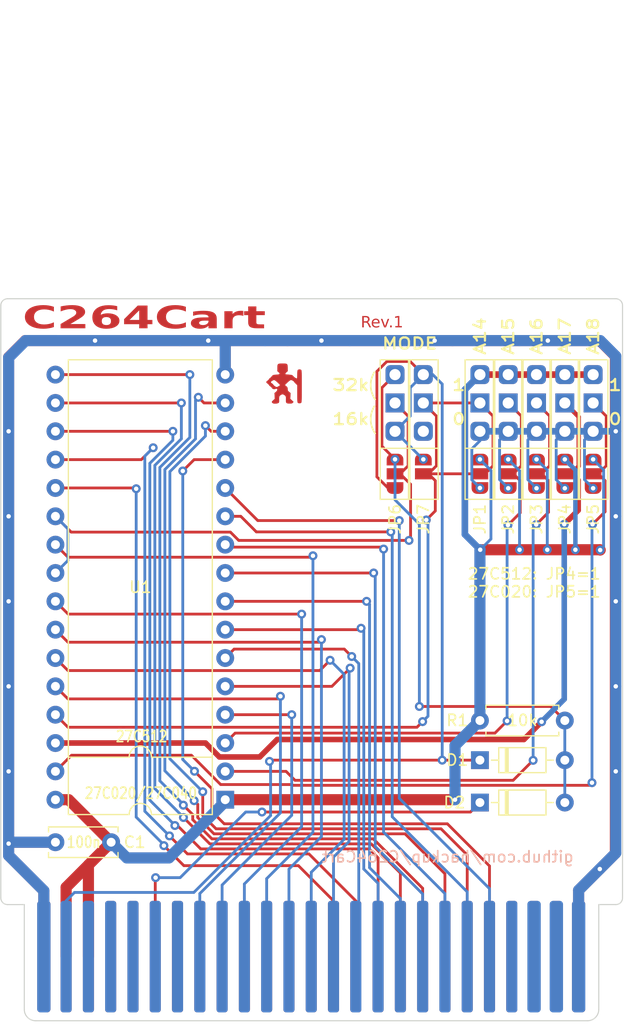
<source format=kicad_pcb>
(kicad_pcb (version 20221018) (generator pcbnew)
  (title_block (title "C264Cart") (date "2023-11-28") (rev "1") (company "www.hackup.net") (comment 1 "Creative Commons Attribution-NonCommercial-ShareAlike 4.0 International License.") (comment 2 "This work is licensed under a"))
  (layers (0 "F.Cu" signal) (31 "B.Cu" signal) (34 "B.Paste" user) (35 "F.Paste" user) (36 "B.SilkS" user "B.Silkscreen") (37 "F.SilkS" user "F.Silkscreen") (38 "B.Mask" user) (39 "F.Mask" user) (44 "Edge.Cuts" user))
  (net 0 "")
  (net 1 "/A7")
  (net 2 "/A6")
  (net 3 "/A5")
  (net 4 "/A4")
  (net 5 "/A3")
  (net 6 "/A2")
  (net 7 "/A1")
  (net 8 "/A0")
  (net 9 "/D0")
  (net 10 "/D1")
  (net 11 "/D2")
  (net 12 "GND")
  (net 13 "/D3")
  (net 14 "/D4")
  (net 15 "/D5")
  (net 16 "/D6")
  (net 17 "/D7")
  (net 18 "/A10")
  (net 19 "+5V")
  (net 20 "C1")
  (net 21 "/A9")
  (net 22 "/A8")
  (net 23 "/A12")
  (net 24 "/A11")
  (net 25 "/A13")
  (net 26 "C1LOW")
  (net 27 "C1HIGH")
  (net 49 "/A14")
  (net 50 "/A15")
  (net 51 "/A16")
  (net 52 "/A17")
  (net 53 "/A18")
  (net 54 "/CE")
  (footprint "C264Cart:DIP-28-32_W15.24mm" (layer "F.Cu") (at 122.1994 116.0018 180)
    (fp_text reference "U1")
    (fp_text value "27C040")
  )
  (footprint "Logo:bigby2-cu" (layer "F.Cu") (at 127.5334 78.6384)
    (fp_text reference "G***" hide)
    (fp_text value "LOGO" hide)
  )
  (footprint "Diode_THT:D_DO-35_SOD27_P7.62mm_Horizontal" (layer "F.Cu") (at 145.0594 112.4558)
    (fp_text reference "D1")
    (fp_text value "1N4148")
  )
  (footprint "C264Cart:Jumper3_Solder" (layer "F.Cu") (at 147.5994 77.9018)
    (fp_text reference "JP2")
    (fp_text value "A15")
  )
  (footprint "C264Cart:Jumper3_Solder" (layer "F.Cu") (at 137.4394 77.9018)
    (fp_text reference "JP6")
    (fp_text value "16k/32k")
  )
  (footprint "Resistor_THT:R_Axial_DIN0207_L6.3mm_D2.5mm_P7.62mm_Horizontal" (layer "F.Cu") (at 145.0594 108.9058)
    (fp_text reference "R1")
    (fp_text value "10k")
  )
  (footprint "hackup:C264-Cart-NoSilkS" (layer "F.Cu") (at 103.919 135.8646)
    (fp_text reference "U3" hide)
    (fp_text value "264-Exp-Port" hide)
  )
  (footprint "C264Cart:Jumper3_Solder" (layer "F.Cu") (at 155.2194 77.9018)
    (fp_text reference "JP5")
    (fp_text value "A18")
  )
  (footprint "C264Cart:Jumper3_Solder" (layer "F.Cu") (at 152.6794 77.9018)
    (fp_text reference "JP4")
    (fp_text value "A17")
  )
  (footprint "C264Cart:Jumper3_Solder" (layer "F.Cu") (at 150.1394 77.9018)
    (fp_text reference "JP3")
    (fp_text value "A16")
  )
  (footprint "Capacitor_THT:C_Disc_D6.0mm_W2.5mm_P5.00mm" (layer "F.Cu") (at 111.9594 119.8118 180)
    (fp_text reference "C1")
    (fp_text value "100n")
  )
  (footprint "Diode_THT:D_DO-35_SOD27_P7.62mm_Horizontal" (layer "F.Cu") (at 145.0594 116.2558)
    (fp_text reference "D2")
    (fp_text value "1N4148")
  )
  (footprint "C264Cart:Jumper3_Solder" (layer "F.Cu") (at 139.9794 77.9018)
    (fp_text reference "JP7")
    (fp_text value "16k/32k")
  )
  (footprint "C264Cart:Jumper3_Solder" (layer "F.Cu") (at 145.0594 77.9018)
    (fp_text reference "JP1")
    (fp_text value "A14")
  )
  (gr_arc (start 135.661401 83.168458) (mid 135.255448 81.9658) (end 135.586532 80.740416) (stroke (width 0.15)) (layer "F.SilkS"))
  (gr_arc (start 135.661401 80.120458) (mid 135.255448 78.9178) (end 135.586532 77.692416) (stroke (width 0.15)) (layer "F.SilkS"))
  (gr_arc (start 157.8594 124.8018) (mid 157.683664 125.226064) (end 157.2594 125.4018) (stroke (width 0.1)) (layer "Edge.Cuts"))
  (gr_line (start 102.6594 125.4018) (end 104.1654 125.3998) (stroke (width 0.1)) (layer "Edge.Cuts"))
  (gr_line (start 157.2594 125.3998) (end 155.7274 125.3998) (stroke (width 0.1)) (layer "Edge.Cuts"))
  (gr_line (start 105.1814 135.8138) (end 154.7114 135.8138) (stroke (width 0.1)) (layer "Edge.Cuts"))
  (gr_arc (start 157.2594 71.1018) (mid 157.683664 71.277536) (end 157.8594 71.7018) (stroke (width 0.1)) (layer "Edge.Cuts"))
  (gr_arc (start 155.7274 134.7978) (mid 155.42982 135.51622) (end 154.7114 135.8138) (stroke (width 0.1)) (layer "Edge.Cuts"))
  (gr_line (start 155.7274 125.3998) (end 155.7274 134.7978) (stroke (width 0.1)) (layer "Edge.Cuts"))
  (gr_line (start 102.0594 71.7018) (end 102.0594 124.8018) (stroke (width 0.1)) (layer "Edge.Cuts"))
  (gr_line (start 102.6594 71.1018) (end 157.2594 71.1018) (stroke (width 0.1)) (layer "Edge.Cuts"))
  (gr_line (start 104.1654 125.3998) (end 104.1654 134.7978) (stroke (width 0.1)) (layer "Edge.Cuts"))
  (gr_arc (start 102.6594 125.4018) (mid 102.235136 125.226064) (end 102.0594 124.8018) (stroke (width 0.1)) (layer "Edge.Cuts"))
  (gr_arc (start 102.0594 71.7018) (mid 102.235136 71.277536) (end 102.6594 71.1018) (stroke (width 0.1)) (layer "Edge.Cuts"))
  (gr_arc (start 105.1814 135.8138) (mid 104.46298 135.51622) (end 104.1654 134.7978) (stroke (width 0.1)) (layer "Edge.Cuts"))
  (gr_line (start 157.8594 71.7018) (end 157.8594 124.8018) (stroke (width 0.1)) (layer "Edge.Cuts"))
  (gr_text "C264Cart" (at 104.0094 74.0918) (layer "F.Cu") (effects (font (size 2 3) (thickness 0.4) bold) (justify left bottom)))
  (gr_text "Rev.1" (at 134.3594 73.8378) (layer "F.Cu") (effects (font (size 1 1)) (justify left bottom)))
  (gr_text "github.com/hackup/C264Cart" (at 153.5594 121.7018) (layer "B.SilkS") (effects (font (size 1 1)) (justify left bottom mirror)))
  (gr_text "1" (at 142.4594 79.4258) (layer "F.SilkS") (effects (font (size 1 1.2) (thickness 0.2) bold) (justify left bottom)))
  (gr_text "1" (at 156.4894 79.4258) (layer "F.SilkS") (effects (font (size 1 1.2) (thickness 0.2) bold) (justify left bottom)))
  (gr_text "0" (at 142.4594 82.4738) (layer "F.SilkS") (effects (font (size 1 1.2) (thickness 0.2) bold) (justify left bottom)))
  (gr_text "32k" (at 131.7094 79.4258) (layer "F.SilkS") (effects (font (size 1 1.2) (thickness 0.2) bold) (justify left bottom)))
  (gr_text "27C020/27C040" (at 109.4994 116.0018) (layer "F.SilkS") (effects (font (size 1 0.8)) (justify left bottom)))
  (gr_text "27C512" (at 112.2934 110.9218) (layer "F.SilkS") (effects (font (size 1 0.8)) (justify left bottom)))
  (gr_text "16k" (at 131.7094 82.4738) (layer "F.SilkS") (effects (font (size 1 1.2) (thickness 0.2) bold) (justify left bottom)))
  (gr_text "MODE" (at 136.1594 75.7018) (layer "F.SilkS") (effects (font (size 1 1.2) (thickness 0.2) bold) (justify left bottom)))
  (gr_text "27C512: JP4=1\n27C020: JP5=1" (at 155.9814 97.9518) (layer "F.SilkS") (effects (font (size 1 1)) (justify right bottom)))
  (gr_text "0" (at 156.4894 82.4738) (layer "F.SilkS") (effects (font (size 1 1.2) (thickness 0.2) bold) (justify left bottom)))
  (segment (start 122.1994 105.8418) (end 131.776944 105.8418) (width 0.25) (layer "F.Cu") (net 1))
  (segment (start 131.776944 105.8418) (end 133.411512 104.207232) (width 0.25) (layer "F.Cu") (net 1))
  (via (at 133.411512 104.207232) (size 0.8) (drill 0.4) (layers "F.Cu" "B.Cu") (net 1))
  (segment (start 131.919 130.0646) (end 131.919 121.142596) (width 0.25) (layer "B.Cu") (net 1))
  (segment (start 131.919 121.142596) (end 133.3174 119.744196) (width 0.25) (layer "B.Cu") (net 1))
  (segment (start 133.3174 104.301344) (end 133.411512 104.207232) (width 0.25) (layer "B.Cu") (net 1))
  (segment (start 133.3174 119.744196) (end 133.3174 104.301344) (width 0.25) (layer "B.Cu") (net 1))
  (segment (start 132.887428 102.501801) (end 133.552343 103.166716) (width 0.25) (layer "F.Cu") (net 2))
  (segment (start 122.1994 103.3018) (end 122.999399 102.501801) (width 0.25) (layer "F.Cu") (net 2))
  (segment (start 122.999399 102.501801) (end 132.887428 102.501801) (width 0.25) (layer "F.Cu") (net 2))
  (via (at 133.552343 103.166716) (size 0.8) (drill 0.4) (layers "F.Cu" "B.Cu") (net 2))
  (segment (start 133.919 130.0646) (end 134.186512 129.797088) (width 0.25) (layer "B.Cu") (net 2))
  (segment (start 134.186512 103.800885) (end 133.552343 103.166716) (width 0.25) (layer "B.Cu") (net 2))
  (segment (start 134.186512 129.797088) (end 134.186512 103.800885) (width 0.25) (layer "B.Cu") (net 2))
  (segment (start 122.1994 100.7618) (end 134.2644 100.7618) (width 0.25) (layer "F.Cu") (net 3))
  (segment (start 134.2644 100.7618) (end 134.3914 100.6348) (width 0.25) (layer "F.Cu") (net 3))
  (via (at 134.3914 100.6348) (size 0.8) (drill 0.4) (layers "F.Cu" "B.Cu") (net 3))
  (segment (start 135.919 123.499796) (end 135.919 130.0646) (width 0.25) (layer "B.Cu") (net 3))
  (segment (start 134.636512 122.217308) (end 135.919 123.499796) (width 0.25) (layer "B.Cu") (net 3))
  (segment (start 134.3914 100.6348) (end 134.636512 100.879912) (width 0.25) (layer "B.Cu") (net 3))
  (segment (start 134.636512 100.879912) (end 134.636512 122.217308) (width 0.25) (layer "B.Cu") (net 3))
  (segment (start 122.1994 98.2218) (end 134.8864 98.2218) (width 0.25) (layer "F.Cu") (net 4))
  (via (at 134.8864 98.2218) (size 0.8) (drill 0.4) (layers "F.Cu" "B.Cu") (net 4))
  (segment (start 135.1534 98.4888) (end 134.8864 98.2218) (width 0.25) (layer "B.Cu") (net 4))
  (segment (start 137.919 130.0646) (end 137.919 124.8634) (width 0.25) (layer "B.Cu") (net 4))
  (segment (start 135.1534 122.0978) (end 135.1534 98.4888) (width 0.25) (layer "B.Cu") (net 4))
  (segment (start 137.919 124.8634) (end 135.1534 122.0978) (width 0.25) (layer "B.Cu") (net 4))
  (segment (start 122.1994 95.6818) (end 135.5214 95.6818) (width 0.25) (layer "F.Cu") (net 5))
  (via (at 135.5214 95.6818) (size 0.8) (drill 0.4) (layers "F.Cu" "B.Cu") (net 5))
  (segment (start 135.6614 120.1928) (end 135.6614 95.8218) (width 0.25) (layer "B.Cu") (net 5))
  (segment (start 135.6614 95.8218) (end 135.5214 95.6818) (width 0.25) (layer "B.Cu") (net 5))
  (segment (start 139.919 130.0646) (end 139.919 124.4504) (width 0.25) (layer "B.Cu") (net 5))
  (segment (start 139.919 124.4504) (end 135.6614 120.1928) (width 0.25) (layer "B.Cu") (net 5))
  (segment (start 122.1994 93.1418) (end 122.4208 93.3632) (width 0.25) (layer "F.Cu") (net 6))
  (segment (start 136.239855 93.3632) (end 136.412455 93.5358) (width 0.25) (layer "F.Cu") (net 6))
  (segment (start 122.4208 93.3632) (end 136.239855 93.3632) (width 0.25) (layer "F.Cu") (net 6))
  (via (at 136.412455 93.5358) (size 0.8) (drill 0.4) (layers "F.Cu" "B.Cu") (net 6))
  (segment (start 136.412455 118.911855) (end 136.412455 93.5358) (width 0.25) (layer "B.Cu") (net 6))
  (segment (start 141.919 124.4184) (end 136.412455 118.911855) (width 0.25) (layer "B.Cu") (net 6))
  (segment (start 141.919 130.0646) (end 141.919 124.4184) (width 0.25) (layer "B.Cu") (net 6))
  (segment (start 123.5964 90.6018) (end 124.1044 91.1098) (width 0.25) (layer "F.Cu") (net 7))
  (segment (start 124.9934 91.9988) (end 137.0584 91.9988) (width 0.25) (layer "F.Cu") (net 7))
  (segment (start 124.1044 91.1098) (end 124.9934 91.9988) (width 0.25) (layer "F.Cu") (net 7))
  (segment (start 122.1994 90.6018) (end 123.5964 90.6018) (width 0.25) (layer "F.Cu") (net 7))
  (via (at 137.0584 91.9988) (size 0.8) (drill 0.4) (layers "F.Cu" "B.Cu") (net 7))
  (segment (start 137.187455 92.127855) (end 137.187455 117.527855) (width 0.25) (layer "B.Cu") (net 7))
  (segment (start 137.0584 91.9988) (end 137.187455 92.127855) (width 0.25) (layer "B.Cu") (net 7))
  (segment (start 137.187455 117.527855) (end 143.919 124.2594) (width 0.25) (layer "B.Cu") (net 7))
  (segment (start 143.919 124.2594) (end 143.919 130.0646) (width 0.25) (layer "B.Cu") (net 7))
  (segment (start 122.1994 88.0618) (end 125.1204 90.9828) (width 0.25) (layer "F.Cu") (net 8))
  (segment (start 125.1204 90.9828) (end 137.8204 90.9828) (width 0.25) (layer "F.Cu") (net 8))
  (via (at 137.8204 90.9828) (size 0.8) (drill 0.4) (layers "F.Cu" "B.Cu") (net 8))
  (segment (start 145.919 123.9734) (end 145.919 130.0646) (width 0.25) (layer "B.Cu") (net 8))
  (segment (start 137.8204 115.8748) (end 145.919 123.9734) (width 0.25) (layer "B.Cu") (net 8))
  (segment (start 137.8204 90.9828) (end 137.8204 115.8748) (width 0.25) (layer "B.Cu") (net 8))
  (segment (start 121.0064 117.0588) (end 121.0064 115.015816) (width 0.25) (layer "F.Cu") (net 9))
  (segment (start 122.1994 85.5218) (end 119.4054 85.5218) (width 0.25) (layer "F.Cu") (net 9))
  (segment (start 122.1084 118.1608) (end 121.0064 117.0588) (width 0.25) (layer "F.Cu") (net 9))
  (segment (start 121.0064 115.015816) (end 119.440252 113.449668) (width 0.25) (layer "F.Cu") (net 9))
  (segment (start 145.919 130.0646) (end 145.919 121.9414) (width 0.25) (layer "F.Cu") (net 9))
  (segment (start 142.1384 118.1608) (end 122.1084 118.1608) (width 0.25) (layer "F.Cu") (net 9))
  (segment (start 119.4054 85.5218) (end 118.3894 86.5378) (width 0.25) (layer "F.Cu") (net 9))
  (segment (start 145.919 121.9414) (end 142.1384 118.1608) (width 0.25) (layer "F.Cu") (net 9))
  (via (at 119.440252 113.449668) (size 0.8) (drill 0.4) (layers "F.Cu" "B.Cu") (net 9))
  (via (at 118.3894 86.5378) (size 0.8) (drill 0.4) (layers "F.Cu" "B.Cu") (net 9))
  (segment (start 118.3894 86.5378) (end 118.3894 112.398816) (width 0.25) (layer "B.Cu") (net 9))
  (segment (start 118.3894 112.398816) (end 119.440252 113.449668) (width 0.25) (layer "B.Cu") (net 9))
  (segment (start 120.182884 117.41568) (end 120.182884 115.288316) (width 0.25) (layer "F.Cu") (net 10))
  (segment (start 120.9294 82.9818) (end 120.4214 82.4738) (width 0.25) (layer "F.Cu") (net 10))
  (segment (start 143.919 130.0646) (end 143.919 120.9574) (width 0.25) (layer "F.Cu") (net 10))
  (segment (start 141.5724 118.6108) (end 121.378004 118.6108) (width 0.25) (layer "F.Cu") (net 10))
  (segment (start 143.919 120.9574) (end 141.5724 118.6108) (width 0.25) (layer "F.Cu") (net 10))
  (segment (start 122.1994 82.9818) (end 120.9294 82.9818) (width 0.25) (layer "F.Cu") (net 10))
  (segment (start 121.378004 118.6108) (end 120.182884 117.41568) (width 0.25) (layer "F.Cu") (net 10))
  (via (at 120.4214 82.4738) (size 0.8) (drill 0.4) (layers "F.Cu" "B.Cu") (net 10))
  (via (at 120.182884 115.288316) (size 0.8) (drill 0.4) (layers "F.Cu" "B.Cu") (net 10))
  (segment (start 117.2334 86.597784) (end 117.2334 112.338832) (width 0.25) (layer "B.Cu") (net 10))
  (segment (start 117.2334 112.338832) (end 120.182884 115.288316) (width 0.25) (layer "B.Cu") (net 10))
  (segment (start 120.4214 82.4738) (end 120.4214 83.409784) (width 0.25) (layer "B.Cu") (net 10))
  (segment (start 120.4214 83.409784) (end 117.2334 86.597784) (width 0.25) (layer "B.Cu") (net 10))
  (segment (start 122.1994 80.4418) (end 120.2944 80.4418) (width 0.25) (layer "F.Cu") (net 11))
  (segment (start 138.3394 119.0608) (end 121.191608 119.0608) (width 0.25) (layer "F.Cu") (net 11))
  (segment (start 120.2944 80.4418) (end 119.7864 79.9338) (width 0.25) (layer "F.Cu") (net 11))
  (segment (start 119.732884 116.411954) (end 119.407884 116.086954) (width 0.25) (layer "F.Cu") (net 11))
  (segment (start 119.732884 117.602076) (end 119.732884 116.411954) (width 0.25) (layer "F.Cu") (net 11))
  (segment (start 121.191608 119.0608) (end 119.732884 117.602076) (width 0.25) (layer "F.Cu") (net 11))
  (segment (start 141.919 130.0646) (end 141.919 122.6404) (width 0.25) (layer "F.Cu") (net 11))
  (segment (start 141.919 122.6404) (end 138.3394 119.0608) (width 0.25) (layer "F.Cu") (net 11))
  (via (at 119.7864 79.9338) (size 0.8) (drill 0.4) (layers "F.Cu" "B.Cu") (net 11))
  (via (at 119.407884 116.086954) (size 0.8) (drill 0.4) (layers "F.Cu" "B.Cu") (net 11))
  (segment (start 116.7834 86.411388) (end 116.7834 113.413871) (width 0.25) (layer "B.Cu") (net 11))
  (segment (start 119.407884 116.038355) (end 119.407884 116.086954) (width 0.25) (layer "B.Cu") (net 11))
  (segment (start 119.532988 80.187212) (end 119.532988 83.6618) (width 0.25) (layer "B.Cu") (net 11))
  (segment (start 116.7834 113.413871) (end 119.407884 116.038355) (width 0.25) (layer "B.Cu") (net 11))
  (segment (start 119.7864 79.9338) (end 119.532988 80.187212) (width 0.25) (layer "B.Cu") (net 11))
  (segment (start 119.532988 83.6618) (end 116.7834 86.411388) (width 0.25) (layer "B.Cu") (net 11))
  (segment (start 122.1994 77.9018) (end 122.1994 74.8538) (width 1) (layer "F.Cu") (net 12))
  (segment (start 104.2594 74.8518) (end 104.2614 74.8538) (width 1) (layer "F.Cu") (net 12))
  (segment (start 102.7594 121.0018) (end 102.7594 119.93746) (width 1) (layer "F.Cu") (net 12))
  (segment (start 147.5994 88.0918) (end 147.5994 88.0872) (width 0.25) (layer "F.Cu") (net 12))
  (segment (start 104.2614 74.8538) (end 122.1994 74.8538) (width 1) (layer "F.Cu") (net 12))
  (segment (start 102.88506 119.8118) (end 102.7594 119.93746) (width 1) (layer "F.Cu") (net 12))
  (segment (start 157.2194 76.2442) (end 157.2194 120.81377) (width 1) (layer "F.Cu") (net 12))
  (segment (start 127.7874 74.8538) (end 142.5956 74.8538) (width 1) (layer "F.Cu") (net 12))
  (segment (start 155.829 74.8538) (end 157.2194 76.2442) (width 1) (layer "F.Cu") (net 12))
  (segment (start 102.7594 76.3518) (end 104.2594 74.8518) (width 1) (layer "F.Cu") (net 12))
  (segment (start 105.919 124.1614) (end 102.7594 121.0018) (width 1) (layer "F.Cu") (net 12))
  (segment (start 152.6794 88.0918) (end 152.6794 88.0872) (width 0.25) (layer "F.Cu") (net 12))
  (segment (start 155.818685 122.214485) (end 153.919 124.11417) (width 1) (layer "F.Cu") (net 12))
  (segment (start 142.5956 74.8538) (end 155.829 74.8538) (width 1) (layer "F.Cu") (net 12))
  (segment (start 102.7594 119.93746) (end 102.7594 76.3518) (width 1) (layer "F.Cu") (net 12))
  (segment (start 150.1394 88.0918) (end 150.1394 88.0872) (width 0.25) (layer "F.Cu") (net 12))
  (segment (start 145.0594 88.0918) (end 145.0594 88.0618) (width 1) (layer "F.Cu") (net 12))
  (segment (start 122.1994 74.8538) (end 127.7874 74.8538) (width 1) (layer "F.Cu") (net 12))
  (segment (start 105.919 130.0646) (end 105.919 124.1614) (width 1) (layer "F.Cu") (net 12))
  (segment (start 106.9594 119.8118) (end 102.88506 119.8118) (width 1) (layer "F.Cu") (net 12))
  (segment (start 157.2194 120.81377) (end 155.818685 122.214485) (width 1) (layer "F.Cu") (net 12))
  (segment (start 153.919 124.11417) (end 153.919 130.0646) (width 1) (layer "F.Cu") (net 12))
  (segment (start 155.2194 88.0918) (end 155.2194 88.0872) (width 0.25) (layer "F.Cu") (net 12))
  (via (at 150.1394 88.0872) (size 0.8) (drill 0.4) (layers "F.Cu" "B.Cu") (net 12))
  (via (at 151.1554 74.8538) (size 0.8) (drill 0.4) (layers "F.Cu" "B.Cu") (net 12))
  (via (at 157.2514 113.4618) (size 0.8) (drill 0.4) (layers "F.Cu" "B.Cu") (net 12))
  (via (at 157.2514 98.2218) (size 0.8) (drill 0.4) (layers "F.Cu" "B.Cu") (net 12))
  (via (at 157.2514 90.6018) (size 0.8) (drill 0.4) (layers "F.Cu" "B.Cu") (net 12))
  (via (at 110.5154 74.8538) (size 0.8) (drill 0.4) (layers "F.Cu" "B.Cu") (net 12))
  (via (at 157.2514 82.9818) (size 0.8) (drill 0.4) (layers "F.Cu" "B.Cu") (net 12))
  (via (at 102.7594 119.93746) (size 0.8) (drill 0.4) (layers "F.Cu" "B.Cu") (net 12))
  (via (at 155.2194 88.0872) (size 0.8) (drill 0.4) (layers "F.Cu" "B.Cu") (net 12))
  (via (at 102.7594 82.98046) (size 0.8) (drill 0.4) (layers "F.Cu" "B.Cu") (net 12))
  (via (at 102.7594 113.46046) (size 0.8) (drill 0.4) (layers "F.Cu" "B.Cu") (net 12))
  (via (at 145.0594 88.0618) (size 0.8) (drill 0.4) (layers "F.Cu" "B.Cu") (net 12))
  (via (at 120.6754 74.8538) (size 0.8) (drill 0.4) (layers "F.Cu" "B.Cu") (net 12))
  (via (at 152.6794 88.0872) (size 0.8) (drill 0.4) (layers "F.Cu" "B.Cu") (net 12))
  (via (at 140.9954 74.8538) (size 0.8) (drill 0.4) (layers "F.Cu" "B.Cu") (net 12))
  (via (at 102.7594 90.60046) (size 0.8) (drill 0.4) (layers "F.Cu" "B.Cu") (net 12))
  (via (at 130.8354 74.8538) (size 0.8) (drill 0.4) (layers "F.Cu" "B.Cu") (net 12))
  (via (at 147.5994 88.0872) (size 0.8) (drill 0.4) (layers "F.Cu" "B.Cu") (net 12))
  (via (at 157.2514 105.8418) (size 0.8) (drill 0.4) (layers "F.Cu" "B.Cu") (net 12))
  (via (at 155.818685 122.214485) (size 0.8) (drill 0.4) (layers "F.Cu" "B.Cu") (net 12))
  (via (at 102.7594 105.84046) (size 0.8) (drill 0.4) (layers "F.Cu" "B.Cu") (net 12))
  (via (at 102.7594 98.22046) (size 0.8) (drill 0.4) (layers "F.Cu" "B.Cu") (net 12))
  (segment (start 147.5994 88.0872) (end 146.8244 87.3122) (width 0.25) (layer "B.Cu") (net 12))
  (segment (start 140.9954 74.8538) (end 148.6154 74.8538) (width 1) (layer "B.Cu") (net 12))
  (segment (start 102.7594 105.84046) (end 102.7594 98.22046) (width 1) (layer "B.Cu") (net 12))
  (segment (start 122.1994 77.9018) (end 122.1994 74.8538) (width 1) (layer "B.Cu") (net 12))
  (segment (start 157.2514 90.6018) (end 157.2514 98.2218) (width 1) (layer "B.Cu") (net 12))
  (segment (start 150.1394 88.0872) (end 149.3644 87.3122) (width 0.25) (layer "B.Cu") (net 12))
  (segment (start 155.2194 82.9818) (end 157.2514 82.9818) (width 0.6) (layer "B.Cu") (net 12))
  (segment (start 146.8244 83.7568) (end 147.5994 82.9818) (width 0.25) (layer "B.Cu") (net 12))
  (segment (start 130.8354 74.8538) (end 133.3754 74.8538) (width 1) (layer "B.Cu") (net 12))
  (segment (start 122.1994 74.8538) (end 125.7554 74.8538) (width 1) (layer "B.Cu") (net 12))
  (segment (start 151.1554 74.8538) (end 155.8544 74.8538) (width 1) (layer "B.Cu") (net 12))
  (segment (start 125.7554 74.8538) (end 130.8354 74.8538) (width 1) (layer "B.Cu") (net 12))
  (segment (start 151.9044 87.3122) (end 151.9044 83.7568) (width 0.25) (layer "B.Cu") (net 12))
  (segment (start 102.7594 76.37646) (end 104.2834 74.85246) (width 1) (layer "B.Cu") (net 12))
  (segment (start 155.8544 74.8538) (end 157.2514 76.2508) (width 1) (layer "B.Cu") (net 12))
  (segment (start 120.6754 74.8538) (end 122.1994 74.8538) (width 1) (layer "B.Cu") (net 12))
  (segment (start 144.3344 84.556799) (end 144.3344 87.3368) (width 0.25) (layer "B.Cu") (net 12))
  (segment (start 102.7594 98.22046) (end 102.7594 90.60046) (width 1) (layer "B.Cu") (net 12))
  (segment (start 148.6154 74.8538) (end 151.1554 74.8538) (width 1) (layer "B.Cu") (net 12))
  (segment (start 142.621 74.8792) (end 142.5956 74.8538) (width 0.25) (layer "B.Cu") (net 12))
  (segment (start 154.4444 87.3122) (end 154.4444 83.7568) (width 0.25) (layer "B.Cu") (net 12))
  (segment (start 155.2194 88.0872) (end 154.4444 87.3122) (width 0.25) (layer "B.Cu") (net 12))
  (segment (start 157.2514 82.9818) (end 157.2514 90.6018) (width 1) (layer "B.Cu") (net 12))
  (segment (start 145.0594 82.9818) (end 155.2194 82.9818) (width 0.6) (layer "B.Cu") (net 12))
  (segment (start 153.919 124.11417) (end 155.818685 122.214485) (width 1) (layer "B.Cu") (net 12))
  (segment (start 102.7594 113.46046) (end 102.7594 105.84046) (width 1) (layer "B.Cu") (net 12))
  (segment (start 102.7594 119.93746) (end 102.7594 113.46046) (width 1) (layer "B.Cu") (net 12))
  (segment (start 102.7594 121.0018) (end 102.7594 119.93746) (width 1) (layer "B.Cu") (net 12))
  (segment (start 154.4444 83.7568) (end 155.2194 82.9818) (width 0.25) (layer "B.Cu") (net 12))
  (segment (start 152.6794 88.0872) (end 151.9044 87.3122) (width 0.25) (layer "B.Cu") (net 12))
  (segment (start 157.2514 76.2508) (end 157.2514 82.9818) (width 1) (layer "B.Cu") (net 12))
  (segment (start 157.2514 105.8418) (end 157.2514 113.4618) (width 1) (layer "B.Cu") (net 12))
  (segment (start 157.2514 98.2218) (end 157.2514 105.8418) (width 1) (layer "B.Cu") (net 12))
  (segment (start 105.919 130.0646) (end 105.919 124.1614) (width 1) (layer "B.Cu") (net 12))
  (segment (start 102.88506 119.8118) (end 102.7594 119.93746) (width 1) (layer "B.Cu") (net 12))
  (segment (start 144.3344 87.3368) (end 145.0594 88.0618) (width 0.25) (layer "B.Cu") (net 12))
  (segment (start 149.3644 87.3122) (end 149.3644 83.7568) (width 0.25) (layer "B.Cu") (net 12))
  (segment (start 105.919 124.1614) (end 102.7594 121.0018) (width 1) (layer "B.Cu") (net 12))
  (segment (start 106.9594 119.8118) (end 102.88506 119.8118) (width 1) (layer "B.Cu") (net 12))
  (segment (start 149.3644 83.7568) (end 150.1394 82.9818) (width 0.25) (layer "B.Cu") (net 12))
  (segment (start 104.2834 74.85246) (end 110.5154 74.8538) (width 1) (layer "B.Cu") (net 12))
  (segment (start 153.919 130.0646) (end 153.919 124.11417) (width 1) (layer "B.Cu") (net 12))
  (segment (start 151.9044 83.7568) (end 152.6794 82.9818) (width 0.25) (layer "B.Cu") (net 12))
  (segment (start 145.0594 82.9818) (end 145.0594 83.831799) (width 0.25) (layer "B.Cu") (net 12))
  (segment (start 145.0594 83.831799) (end 144.3344 84.556799) (width 0.25) (layer "B.Cu") (net 12))
  (segment (start 102.7594 90.60046) (end 102.7594 82.98046) (width 1) (layer "B.Cu") (net 12))
  (segment (start 110.5154 74.8538) (end 118.1354 74.8538) (width 1) (layer "B.Cu") (net 12))
  (segment (start 118.1354 74.8538) (end 120.6754 74.8538) (width 1) (layer "B.Cu") (net 12))
  (segment (start 146.8244 87.3122) (end 146.8244 83.7568) (width 0.25) (layer "B.Cu") (net 12))
  (segment (start 157.2514 120.78177) (end 155.818685 122.214485) (width 1) (layer "B.Cu") (net 12))
  (segment (start 157.2514 113.4618) (end 157.2514 120.78177) (width 1) (layer "B.Cu") (net 12))
  (segment (start 133.3754 74.8538) (end 140.9954 74.8538) (width 1) (layer "B.Cu") (net 12))
  (segment (start 102.7594 82.98046) (end 102.7594 76.37646) (width 1) (layer "B.Cu") (net 12))
  (segment (start 119.282884 117.335722) (end 118.439144 116.491982) (width 0.25) (layer "F.Cu") (net 13))
  (segment (start 139.919 123.938212) (end 135.491588 119.5108) (width 0.25) (layer "F.Cu") (net 13))
  (segment (start 135.491588 119.5108) (end 121.005212 119.5108) (width 0.25) (layer "F.Cu") (net 13))
  (segment (start 106.9594 77.9018) (end 119.0244 77.9018) (width 0.25) (layer "F.Cu") (net 13))
  (segment (start 119.282884 117.788472) (end 119.282884 117.335722) (width 0.25) (layer "F.Cu") (net 13))
  (segment (start 139.919 130.0646) (end 139.919 123.938212) (width 0.25) (layer "F.Cu") (net 13))
  (segment (start 121.005212 119.5108) (end 119.282884 117.788472) (width 0.25) (layer "F.Cu") (net 13))
  (via (at 118.439144 116.491982) (size 0.8) (drill 0.4) (layers "F.Cu" "B.Cu") (net 13))
  (via (at 119.0244 77.9018) (size 0.8) (drill 0.4) (layers "F.Cu" "B.Cu") (net 13))
  (segment (start 116.3334 114.311937) (end 118.439144 116.417681) (width 0.25) (layer "B.Cu") (net 13))
  (segment (start 119.0244 83.533992) (end 116.3334 86.224992) (width 0.25) (layer "B.Cu") (net 13))
  (segment (start 118.439144 116.417681) (end 118.439144 116.491982) (width 0.25) (layer "B.Cu") (net 13))
  (segment (start 116.3334 86.224992) (end 116.3334 114.311937) (width 0.25) (layer "B.Cu") (net 13))
  (segment (start 119.0244 77.9018) (end 119.0244 83.533992) (width 0.25) (layer "B.Cu") (net 13))
  (segment (start 135.305192 119.9608) (end 120.818816 119.9608) (width 0.25) (layer "F.Cu") (net 14))
  (segment (start 106.9594 80.4418) (end 118.2624 80.4418) (width 0.25) (layer "F.Cu") (net 14))
  (segment (start 137.919 122.574608) (end 135.305192 119.9608) (width 0.25) (layer "F.Cu") (net 14))
  (segment (start 120.818816 119.9608) (end 118.456138 117.598122) (width 0.25) (layer "F.Cu") (net 14))
  (segment (start 137.919 130.0646) (end 137.919 122.574608) (width 0.25) (layer "F.Cu") (net 14))
  (segment (start 118.456138 117.598122) (end 118.449267 117.598122) (width 0.25) (layer "F.Cu") (net 14))
  (via (at 118.449267 117.598122) (size 0.8) (drill 0.4) (layers "F.Cu" "B.Cu") (net 14))
  (via (at 118.2624 80.4418) (size 0.8) (drill 0.4) (layers "F.Cu" "B.Cu") (net 14))
  (segment (start 115.8834 86.038596) (end 115.8834 115.009581) (width 0.25) (layer "B.Cu") (net 14))
  (segment (start 118.449267 117.575448) (end 118.449267 117.598122) (width 0.25) (layer "B.Cu") (net 14))
  (segment (start 115.8834 115.009581) (end 118.449267 117.575448) (width 0.25) (layer "B.Cu") (net 14))
  (segment (start 118.2624 80.4418) (end 118.2624 83.659596) (width 0.25) (layer "B.Cu") (net 14))
  (segment (start 118.2624 83.659596) (end 115.8834 86.038596) (width 0.25) (layer "B.Cu") (net 14))
  (segment (start 106.9594 82.9818) (end 117.5004 82.9818) (width 0.25) (layer "F.Cu") (net 15))
  (segment (start 135.919 121.211004) (end 135.118796 120.4108) (width 0.25) (layer "F.Cu") (net 15))
  (segment (start 117.902868 118.314963) (end 117.682036 118.314963) (width 0.25) (layer "F.Cu") (net 15))
  (segment (start 135.919 130.0646) (end 135.919 121.211004) (width 0.25) (layer "F.Cu") (net 15))
  (segment (start 119.998705 120.4108) (end 117.902868 118.314963) (width 0.25) (layer "F.Cu") (net 15))
  (segment (start 135.118796 120.4108) (end 119.998705 120.4108) (width 0.25) (layer "F.Cu") (net 15))
  (via (at 117.5004 82.9818) (size 0.8) (drill 0.4) (layers "F.Cu" "B.Cu") (net 15))
  (via (at 117.682036 118.314963) (size 0.8) (drill 0.4) (layers "F.Cu" "B.Cu") (net 15))
  (segment (start 115.4334 85.8522) (end 115.4334 116.044477) (width 0.25) (layer "B.Cu") (net 15))
  (segment (start 117.5004 83.7852) (end 115.4334 85.8522) (width 0.25) (layer "B.Cu") (net 15))
  (segment (start 117.5004 82.9818) (end 117.5004 83.7852) (width 0.25) (layer "B.Cu") (net 15))
  (segment (start 115.4334 116.044477) (end 117.682036 118.293113) (width 0.25) (layer "B.Cu") (net 15))
  (segment (start 117.682036 118.293113) (end 117.682036 118.314963) (width 0.25) (layer "B.Cu") (net 15))
  (segment (start 133.919 130.0646) (end 133.919 125.0646) (width 0.25) (layer "F.Cu") (net 16))
  (segment (start 133.919 125.0646) (end 129.7152 120.8608) (width 0.25) (layer "F.Cu") (net 16))
  (segment (start 106.9594 85.5218) (end 114.667784 85.5218) (width 0.25) (layer "F.Cu") (net 16))
  (segment (start 118.809946 120.8608) (end 117.19358 119.244434) (width 0.25) (layer "F.Cu") (net 16))
  (segment (start 129.7152 120.8608) (end 118.809946 120.8608) (width 0.25) (layer "F.Cu") (net 16))
  (segment (start 114.667784 85.5218) (end 115.731984 84.4576) (width 0.25) (layer "F.Cu") (net 16))
  (via (at 115.731984 84.4576) (size 0.8) (drill 0.4) (layers "F.Cu" "B.Cu") (net 16))
  (via (at 117.19358 119.244434) (size 0.8) (drill 0.4) (layers "F.Cu" "B.Cu") (net 16))
  (segment (start 115.731984 84.4576) (end 114.9834 85.206184) (width 0.25) (layer "B.Cu") (net 16))
  (segment (start 114.9834 117.034319) (end 117.193515 119.244434) (width 0.25) (layer "B.Cu") (net 16))
  (segment (start 114.9834 85.206184) (end 114.9834 117.034319) (width 0.25) (layer "B.Cu") (net 16))
  (segment (start 117.193515 119.244434) (end 117.19358 119.244434) (width 0.25) (layer "B.Cu") (net 16))
  (segment (start 106.9594 88.0618) (end 114.13873 88.0618) (width 0.25) (layer "F.Cu") (net 17))
  (segment (start 118.48677 121.9114) (end 116.694 120.11863) (width 0.25) (layer "F.Cu") (net 17))
  (segment (start 131.919 130.0646) (end 131.919 125.0646) (width 0.25) (layer "F.Cu") (net 17))
  (segment (start 131.919 125.0646) (end 128.7658 121.9114) (width 0.25) (layer "F.Cu") (net 17))
  (segment (start 114.13873 88.0618) (end 114.2084 88.13147) (width 0.25) (layer "F.Cu") (net 17))
  (segment (start 128.7658 121.9114) (end 118.48677 121.9114) (width 0.25) (layer "F.Cu") (net 17))
  (via (at 114.2084 88.13147) (size 0.8) (drill 0.4) (layers "F.Cu" "B.Cu") (net 17))
  (via (at 116.694 120.11863) (size 0.8) (drill 0.4) (layers "F.Cu" "B.Cu") (net 17))
  (segment (start 114.2084 117.559802) (end 116.694 120.045402) (width 0.25) (layer "B.Cu") (net 17))
  (segment (start 114.2084 88.13147) (end 114.2084 117.559802) (width 0.25) (layer "B.Cu") (net 17))
  (segment (start 116.694 120.045402) (end 116.694 120.11863) (width 0.25) (layer "B.Cu") (net 17))
  (segment (start 129.9448 94.2668) (end 130.0734 94.1382) (width 0.25) (layer "F.Cu") (net 18))
  (segment (start 108.0844 94.2668) (end 129.9448 94.2668) (width 0.25) (layer "F.Cu") (net 18))
  (segment (start 106.9594 93.1418) (end 108.0844 94.2668) (width 0.25) (layer "F.Cu") (net 18))
  (via (at 130.0734 94.1382) (size 0.8) (drill 0.4) (layers "F.Cu" "B.Cu") (net 18))
  (segment (start 125.919 130.0646) (end 125.919 123.0772) (width 0.25) (layer "B.Cu") (net 18))
  (segment (start 130.0734 118.9228) (end 130.0734 94.1382) (width 0.25) (layer "B.Cu") (net 18))
  (segment (start 125.919 123.0772) (end 130.0734 118.9228) (width 0.25) (layer "B.Cu") (net 18))
  (segment (start 145.0594 85.4918) (end 145.0594 85.4964) (width 0.25) (layer "F.Cu") (net 19))
  (segment (start 107.919 123.8522) (end 111.9594 119.8118) (width 1) (layer "F.Cu") (net 19))
  (segment (start 106.9594 116.0018) (end 108.1494 116.0018) (width 1) (layer "F.Cu") (net 19))
  (segment (start 152.6794 85.4918) (end 152.6794 85.4964) (width 0.25) (layer "F.Cu") (net 19))
  (segment (start 155.2194 85.4918) (end 155.2194 85.4964) (width 0.25) (layer "F.Cu") (net 19))
  (segment (start 109.919 121.8522) (end 111.9594 119.8118) (width 1) (layer "F.Cu") (net 19))
  (segment (start 145.0594 77.9018) (end 155.2194 77.9018) (width 0.6) (layer "F.Cu") (net 19))
  (segment (start 151.1046 93.599) (end 153.6286 93.599) (width 1) (layer "F.Cu") (net 19))
  (segment (start 147.5994 85.4918) (end 147.5994 85.4964) (width 0.25) (layer "F.Cu") (net 19))
  (segment (start 145.0848 93.599) (end 148.6154 93.599) (width 1) (layer "F.Cu") (net 19))
  (segment (start 109.919 130.0646) (end 109.919 121.8522) (width 1) (layer "F.Cu") (net 19))
  (segment (start 150.1394 85.4918) (end 150.1394 85.4964) (width 0.25) (layer "F.Cu") (net 19))
  (segment (start 155.829 93.599) (end 153.6286 93.599) (width 1) (layer "F.Cu") (net 19))
  (segment (start 155.8544 93.6244) (end 155.829 93.599) (width 1) (layer "F.Cu") (net 19))
  (segment (start 148.6154 93.599) (end 151.1046 93.599) (width 1) (layer "F.Cu") (net 19))
  (segment (start 107.919 130.0646) (end 107.919 123.8522) (width 1) (layer "F.Cu") (net 19))
  (segment (start 122.1994 116.0018) (end 142.8242 116.0018) (width 1) (layer "F.Cu") (net 19))
  (segment (start 108.1494 116.0018) (end 111.9594 119.8118) (width 1) (layer "F.Cu") (net 19))
  (via (at 145.0594 85.4964) (size 0.8) (drill 0.4) (layers "F.Cu" "B.Cu") (net 19))
  (via (at 150.1394 85.4964) (size 0.8) (drill 0.4) (layers "F.Cu" "B.Cu") (net 19))
  (via (at 142.8242 116.0018) (size 0.8) (drill 0.4) (layers "F.Cu" "B.Cu") (net 19))
  (via (at 148.6154 93.599) (size 0.8) (drill 0.4) (layers "F.Cu" "B.Cu") (net 19))
  (via (at 147.5994 85.4964) (size 0.8) (drill 0.4) (layers "F.Cu" "B.Cu") (net 19))
  (via (at 145.0848 93.599) (size 0.8) (drill 0.4) (layers "F.Cu" "B.Cu") (net 19))
  (via (at 155.2194 85.4964) (size 0.8) (drill 0.4) (layers "F.Cu" "B.Cu") (net 19))
  (via (at 152.6794 85.4964) (size 0.8) (drill 0.4) (layers "F.Cu" "B.Cu") (net 19))
  (via (at 155.8544 93.6244) (size 0.8) (drill 0.4) (layers "F.Cu" "B.Cu") (net 19))
  (via (at 153.6286 93.599) (size 0.8) (drill 0.4) (layers "F.Cu" "B.Cu") (net 19))
  (via (at 151.1046 93.599) (size 0.8) (drill 0.4) (layers "F.Cu" "B.Cu") (net 19))
  (segment (start 145.0594 108.9058) (end 145.0594 93.6244) (width 1) (layer "B.Cu") (net 19))
  (segment (start 151.1046 86.4616) (end 151.1046 93.599) (width 0.25) (layer "B.Cu") (net 19))
  (segment (start 148.6154 86.5124) (end 148.6154 93.599) (width 0.25) (layer "B.Cu") (net 19))
  (segment (start 156.1592 93.3196) (end 155.8544 93.6244) (width 0.25) (layer "B.Cu") (net 19))
  (segment (start 147.5994 85.4964) (end 148.6154 86.5124) (width 0.25) (layer "B.Cu") (net 19))
  (segment (start 146.05 92.6338) (end 145.0848 93.599) (width 0.25) (layer "B.Cu") (net 19))
  (segment (start 153.6286 93.599) (end 153.6286 86.4456) (width 0.4) (layer "B.Cu") (net 19))
  (segment (start 156.1592 86.4362) (end 156.1592 93.3196) (width 0.25) (layer "B.Cu") (net 19))
  (segment (start 111.9594 119.8118) (end 113.36623 121.21863) (width 1) (layer "B.Cu") (net 19))
  (segment (start 145.0594 85.4964) (end 145.0848 85.5218) (width 0.25) (layer "B.Cu") (net 19))
  (segment (start 142.8242 116.0018) (end 142.8242 111.141) (width 1) (layer "B.Cu") (net 19))
  (segment (start 143.7094 92.2236) (end 143.7094 79.2518) (width 0.6) (layer "B.Cu") (net 19))
  (segment (start 143.7094 79.2518) (end 145.0594 77.9018) (width 0.6) (layer "B.Cu") (net 19))
  (segment (start 145.0848 93.599) (end 143.7094 92.2236) (width 0.6) (layer "B.Cu") (net 19))
  (segment (start 145.0594 93.6244) (end 145.0848 93.599) (width 1) (layer "B.Cu") (net 19))
  (segment (start 113.36623 121.21863) (end 117.149635 121.21863) (width 1) (layer "B.Cu") (net 19))
  (segment (start 155.2194 85.4964) (end 156.1592 86.4362) (width 0.25) (layer "B.Cu") (net 19))
  (segment (start 153.6286 86.4456) (end 152.6794 85.4964) (width 0.4) (layer "B.Cu") (net 19))
  (segment (start 146.05 86.487) (end 146.05 92.6338) (width 0.25) (layer "B.Cu") (net 19))
  (segment (start 145.0594 85.4964) (end 146.05 86.487) (width 0.25) (layer "B.Cu") (net 19))
  (segment (start 142.8242 111.141) (end 145.0594 108.9058) (width 1) (layer "B.Cu") (net 19))
  (segment (start 150.1394 85.4964) (end 151.1046 86.4616) (width 0.25) (layer "B.Cu") (net 19))
  (segment (start 122.1994 116.168865) (end 122.1994 116.0018) (width 1) (layer "B.Cu") (net 19))
  (segment (start 117.149635 121.21863) (end 122.1994 116.168865) (width 1) (layer "B.Cu") (net 19))
  (segment (start 139.6238 107.6452) (end 151.4188 107.6452) (width 0.25) (layer "F.Cu") (net 20))
  (segment (start 137.4394 85.4918) (end 136.2644 84.3168) (width 0.25) (layer "F.Cu") (net 20))
  (segment (start 151.4188 107.6452) (end 152.6794 108.9058) (width 0.25) (layer "F.Cu") (net 20))
  (segment (start 136.2644 79.0768) (end 137.4394 77.9018) (width 0.25) (layer "F.Cu") (net 20))
  (segment (start 136.2644 84.3168) (end 136.2644 79.0768) (width 0.25) (layer "F.Cu") (net 20))
  (via (at 137.4394 85.4918) (size 0.8) (drill 0.4) (layers "F.Cu" "B.Cu") (net 20))
  (via (at 139.6238 107.6452) (size 0.8) (drill 0.4) (layers "F.Cu" "B.Cu") (net 20))
  (segment (start 137.4394 89.124905) (end 139.6238 91.309305) (width 0.25) (layer "B.Cu") (net 20))
  (segment (start 137.4394 85.4918) (end 137.4394 89.124905) (width 0.25) (layer "B.Cu") (net 20))
  (segment (start 139.6238 91.309305) (end 139.6238 107.6452) (width 0.25) (layer "B.Cu") (net 20))
  (segment (start 152.6794 116.2558) (end 152.6794 108.9058) (width 0.25) (layer "B.Cu") (net 20))
  (segment (start 130.5994 101.8868) (end 108.0844 101.8868) (width 0.25) (layer "F.Cu") (net 21))
  (segment (start 108.0844 101.8868) (end 106.9594 100.7618) (width 0.25) (layer "F.Cu") (net 21))
  (segment (start 130.8354 101.6508) (end 130.5994 101.8868) (width 0.25) (layer "F.Cu") (net 21))
  (via (at 130.8354 101.6508) (size 0.8) (drill 0.4) (layers "F.Cu" "B.Cu") (net 21))
  (segment (start 130.8354 119.3038) (end 130.8354 101.6508) (width 0.25) (layer "B.Cu") (net 21))
  (segment (start 127.919 122.2202) (end 130.8354 119.3038) (width 0.25) (layer "B.Cu") (net 21))
  (segment (start 127.919 130.0646) (end 127.919 122.2202) (width 0.25) (layer "B.Cu") (net 21))
  (segment (start 130.685736 104.4268) (end 131.6104 103.502136) (width 0.25) (layer "F.Cu") (net 22))
  (segment (start 108.0844 104.4268) (end 130.685736 104.4268) (width 0.25) (layer "F.Cu") (net 22))
  (segment (start 106.9594 103.3018) (end 108.0844 104.4268) (width 0.25) (layer "F.Cu") (net 22))
  (via (at 131.6104 103.502136) (size 0.8) (drill 0.4) (layers "F.Cu" "B.Cu") (net 22))
  (segment (start 129.919 122.5062) (end 132.8674 119.5578) (width 0.25) (layer "B.Cu") (net 22))
  (segment (start 129.919 130.0646) (end 129.919 122.5062) (width 0.25) (layer "B.Cu") (net 22))
  (segment (start 132.8674 104.759136) (end 131.6104 103.502136) (width 0.25) (layer "B.Cu") (net 22))
  (segment (start 132.8674 119.5578) (end 132.8674 104.759136) (width 0.25) (layer "B.Cu") (net 22))
  (segment (start 128.1684 108.3818) (end 122.1994 108.3818) (width 0.25) (layer "F.Cu") (net 23))
  (via (at 128.1684 108.3818) (size 0.8) (drill 0.4) (layers "F.Cu" "B.Cu") (net 23))
  (segment (start 121.919 123.6482) (end 128.1684 117.3988) (width 0.25) (layer "B.Cu") (net 23))
  (segment (start 121.919 130.0646) (end 121.919 123.6482) (width 0.25) (layer "B.Cu") (net 23))
  (segment (start 128.1684 117.3988) (end 128.1684 108.3818) (width 0.25) (layer "B.Cu") (net 23))
  (segment (start 108.1024 99.3648) (end 106.9594 98.2218) (width 0.25) (layer "F.Cu") (net 24))
  (segment (start 129.0574 99.3648) (end 108.1024 99.3648) (width 0.25) (layer "F.Cu") (net 24))
  (via (at 129.0574 99.3648) (size 0.8) (drill 0.4) (layers "F.Cu" "B.Cu") (net 24))
  (segment (start 123.919 123.5532) (end 129.0574 118.4148) (width 0.25) (layer "B.Cu") (net 24))
  (segment (start 129.0574 118.4148) (end 129.0574 99.3648) (width 0.25) (layer "B.Cu") (net 24))
  (segment (start 123.919 130.0646) (end 123.919 123.5532) (width 0.25) (layer "B.Cu") (net 24))
  (segment (start 108.0844 106.9668) (end 106.9594 105.8418) (width 0.25) (layer "F.Cu") (net 25))
  (segment (start 127.1524 106.7308) (end 126.9164 106.9668) (width 0.25) (layer "F.Cu") (net 25))
  (segment (start 126.9164 106.9668) (end 108.0844 106.9668) (width 0.25) (layer "F.Cu") (net 25))
  (via (at 127.1524 106.7308) (size 0.8) (drill 0.4) (layers "F.Cu" "B.Cu") (net 25))
  (segment (start 119.919 124.414697) (end 127.1524 117.181297) (width 0.25) (layer "B.Cu") (net 25))
  (segment (start 127.1524 117.181297) (end 127.1524 106.7308) (width 0.25) (layer "B.Cu") (net 25))
  (segment (start 119.919 130.0646) (end 119.919 124.414697) (width 0.25) (layer "B.Cu") (net 25))
  (segment (start 136.8394 88.0918) (end 135.8144 87.0668) (width 0.25) (layer "F.Cu") (net 26))
  (segment (start 137.4394 88.0918) (end 136.8394 88.0918) (width 0.25) (layer "F.Cu") (net 26))
  (segment (start 135.8144 87.0668) (end 135.8144 77.61614) (width 0.25) (layer "F.Cu") (net 26))
  (segment (start 139.9794 85.4918) (end 139.9794 85.4964) (width 0.25) (layer "F.Cu") (net 26))
  (segment (start 141.6742 112.4558) (end 126.281594 112.4558) (width 0.25) (layer "F.Cu") (net 26))
  (segment (start 126.281594 112.4558) (end 126.171826 112.565568) (width 0.25) (layer "F.Cu") (net 26))
  (segment (start 136.70374 76.7268) (end 138.8044 76.7268) (width 0.25) (layer "F.Cu") (net 26))
  (segment (start 135.8144 77.61614) (end 136.70374 76.7268) (width 0.25) (layer "F.Cu") (net 26))
  (segment (start 145.0594 112.4558) (end 141.6742 112.4558) (width 0.25) (layer "F.Cu") (net 26))
  (segment (start 138.8044 76.7268) (end 139.9794 77.9018) (width 0.25) (layer "F.Cu") (net 26))
  (via (at 141.6742 112.4558) (size 0.8) (drill 0.4) (layers "F.Cu" "B.Cu") (net 26))
  (via (at 126.171826 112.565568) (size 0.8) (drill 0.4) (layers "F.Cu" "B.Cu") (net 26))
  (via (at 139.9794 85.4964) (size 0.8) (drill 0.4) (layers "F.Cu" "B.Cu") (net 26))
  (segment (start 126.271432 112.665174) (end 126.171826 112.565568) (width 0.25) (layer "B.Cu") (net 26))
  (segment (start 107.919 130.0646) (end 107.919 125.0646) (width 0.25) (layer "B.Cu") (net 26))
  (segment (start 137.4394 82.9818) (end 138.8044 81.6168) (width 0.25) (layer "B.Cu") (net 26))
  (segment (start 119.384101 124.3132) (end 126.271432 117.425869) (width 0.25) (layer "B.Cu") (net 26))
  (segment (start 138.8044 81.6168) (end 138.8044 79.0768) (width 0.25) (layer "B.Cu") (net 26))
  (segment (start 141.6742 78.746601) (end 141.6742 112.4558) (width 0.25) (layer "B.Cu") (net 26))
  (segment (start 139.954 85.4964) (end 137.4394 82.9818) (width 0.25) (layer "B.Cu") (net 26))
  (segment (start 139.9794 85.4964) (end 139.954 85.4964) (width 0.25) (layer "B.Cu") (net 26))
  (segment (start 140.829399 77.9018) (end 141.6742 78.746601) (width 0.25) (layer "B.Cu") (net 26))
  (segment (start 107.919 125.0646) (end 108.6704 124.3132) (width 0.25) (layer "B.Cu") (net 26))
  (segment (start 108.6704 124.3132) (end 119.384101 124.3132) (width 0.25) (layer "B.Cu") (net 26))
  (segment (start 138.8044 79.0768) (end 139.9794 77.9018) (width 0.25) (layer "B.Cu") (net 26))
  (segment (start 126.271432 117.425869) (end 126.271432 112.665174) (width 0.25) (layer "B.Cu") (net 26))
  (segment (start 139.9794 77.9018) (end 140.829399 77.9018) (width 0.25) (layer "B.Cu") (net 26))
  (segment (start 115.951 122.9868) (end 115.919 123.0188) (width 0.25) (layer "F.Cu") (net 27))
  (segment (start 144.210347 117.104853) (end 125.496432 117.104853) (width 0.25) (layer "F.Cu") (net 27))
  (segment (start 145.0594 116.2558) (end 144.210347 117.104853) (width 0.25) (layer "F.Cu") (net 27))
  (segment (start 115.919 123.0188) (end 115.919 130.0646) (width 0.25) (layer "F.Cu") (net 27))
  (via (at 115.951 122.9868) (size 0.8) (drill 0.4) (layers "F.Cu" "B.Cu") (net 27))
  (via (at 125.496432 117.104853) (size 0.8) (drill 0.4) (layers "F.Cu" "B.Cu") (net 27))
  (segment (start 124.035848 117.104853) (end 125.496432 117.104853) (width 0.25) (layer "B.Cu") (net 27))
  (segment (start 118.153901 122.9868) (end 124.035848 117.104853) (width 0.25) (layer "B.Cu") (net 27))
  (segment (start 115.951 122.9868) (end 118.153901 122.9868) (width 0.25) (layer "B.Cu") (net 27))
  (segment (start 141.1544 86.07642) (end 140.43902 86.7918) (width 0.25) (layer "F.Cu") (net 49))
  (segment (start 139.9794 80.4418) (end 141.1544 81.6168) (width 0.25) (layer "F.Cu") (net 49))
  (segment (start 139.9794 86.7918) (end 145.0594 86.7918) (width 0.25) (layer "F.Cu") (net 49))
  (segment (start 141.1544 81.6168) (end 141.1544 86.07642) (width 0.25) (layer "F.Cu") (net 49))
  (segment (start 145.0594 80.4418) (end 146.2344 81.6168) (width 0.25) (layer "F.Cu") (net 49))
  (segment (start 141.0544 90.119193) (end 140.245141 90.928452) (width 0.25) (layer "F.Cu") (net 49))
  (segment (start 139.9794 80.4418) (end 145.0594 80.4418) (width 0.25) (layer "F.Cu") (net 49))
  (segment (start 145.51902 86.7918) (end 145.0594 86.7918) (width 0.25) (layer "F.Cu") (net 49))
  (segment (start 140.43902 86.7918) (end 139.9794 86.7918) (width 0.25) (layer "F.Cu") (net 49))
  (segment (start 108.0844 109.5068) (end 139.409384 109.5068) (width 0.25) (layer "F.Cu") (net 49))
  (segment (start 139.409384 109.5068) (end 139.91486 109.001324) (width 0.25) (layer "F.Cu") (net 49))
  (segment (start 140.43902 86.7918) (end 141.0544 87.40718) (width 0.25) (layer "F.Cu") (net 49))
  (segment (start 106.9594 108.3818) (end 108.0844 109.5068) (width 0.25) (layer "F.Cu") (net 49))
  (segment (start 146.2344 86.07642) (end 145.51902 86.7918) (width 0.25) (layer "F.Cu") (net 49))
  (segment (start 146.2344 81.6168) (end 146.2344 86.07642) (width 0.25) (layer "F.Cu") (net 49))
  (segment (start 141.0544 87.40718) (end 141.0544 90.119193) (width 0.25) (layer "F.Cu") (net 49))
  (via (at 139.91486 109.001324) (size 0.8) (drill 0.4) (layers "F.Cu" "B.Cu") (net 49))
  (via (at 140.245141 90.928452) (size 0.8) (drill 0.4) (layers "F.Cu" "B.Cu") (net 49))
  (segment (start 140.241593 90.932) (end 140.245141 90.928452) (width 0.25) (layer "B.Cu") (net 49))
  (segment (start 140.3988 91.082111) (end 140.245141 90.928452) (width 0.25) (layer "B.Cu") (net 49))
  (segment (start 139.91486 109.001324) (end 140.3988 108.517384) (width 0.25) (layer "B.Cu") (net 49))
  (segment (start 140.3988 108.517384) (end 140.3988 91.082111) (width 0.25) (layer "B.Cu") (net 49))
  (segment (start 140.0048 90.932) (end 140.241593 90.932) (width 0.25) (layer "B.Cu") (net 49))
  (segment (start 148.7744 86.07642) (end 148.05902 86.7918) (width 0.25) (layer "F.Cu") (net 50))
  (segment (start 147.574 91.3892) (end 148.6744 90.2888) (width 0.25) (layer "F.Cu") (net 50))
  (segment (start 148.7744 81.6168) (end 148.7744 86.07642) (width 0.25) (layer "F.Cu") (net 50))
  (segment (start 122.1994 110.9218) (end 123.0904 110.0308) (width 0.25) (layer "F.Cu") (net 50))
  (segment (start 147.5994 80.4418) (end 148.7744 81.6168) (width 0.25) (layer "F.Cu") (net 50))
  (segment (start 146.4076 110.0308) (end 147.4978 108.9406) (width 0.25) (layer "F.Cu") (net 50))
  (segment (start 148.05902 86.7918) (end 147.5994 86.7918) (width 0.25) (layer "F.Cu") (net 50))
  (segment (start 148.6744 90.2888) (end 148.6744 87.40718) (width 0.25) (layer "F.Cu") (net 50))
  (segment (start 123.0904 110.0308) (end 146.4076 110.0308) (width 0.25) (layer "F.Cu") (net 50))
  (segment (start 148.6744 87.40718) (end 148.05902 86.7918) (width 0.25) (layer "F.Cu") (net 50))
  (via (at 147.574 91.3892) (size 0.8) (drill 0.4) (layers "F.Cu" "B.Cu") (net 50))
  (via (at 147.4978 108.9406) (size 0.8) (drill 0.4) (layers "F.Cu" "B.Cu") (net 50))
  (segment (start 147.4978 108.9406) (end 147.4978 91.4654) (width 0.25) (layer "B.Cu") (net 50))
  (segment (start 147.4978 91.4654) (end 147.574 91.3892) (width 0.25) (layer "B.Cu") (net 50))
  (segment (start 151.2144 90.238) (end 151.2144 87.40718) (width 0.25) (layer "F.Cu") (net 51))
  (segment (start 148.044001 114.261799) (end 149.8346 112.4712) (width 0.25) (layer "F.Cu") (net 51))
  (segment (start 127.660122 113.4618) (end 128.460121 114.261799) (width 0.25) (layer "F.Cu") (net 51))
  (segment (start 150.114 91.3384) (end 151.2144 90.238) (width 0.25) (layer "F.Cu") (net 51))
  (segment (start 150.59902 86.7918) (end 150.1394 86.7918) (width 0.25) (layer "F.Cu") (net 51))
  (segment (start 151.2144 87.40718) (end 150.59902 86.7918) (width 0.25) (layer "F.Cu") (net 51))
  (segment (start 150.1394 80.4418) (end 151.3144 81.6168) (width 0.25) (layer "F.Cu") (net 51))
  (segment (start 128.460121 114.261799) (end 148.044001 114.261799) (width 0.25) (layer "F.Cu") (net 51))
  (segment (start 151.3144 86.07642) (end 150.59902 86.7918) (width 0.25) (layer "F.Cu") (net 51))
  (segment (start 122.1994 113.4618) (end 127.660122 113.4618) (width 0.25) (layer "F.Cu") (net 51))
  (segment (start 151.3144 81.6168) (end 151.3144 86.07642) (width 0.25) (layer "F.Cu") (net 51))
  (via (at 150.114 91.3384) (size 0.8) (drill 0.4) (layers "F.Cu" "B.Cu") (net 51))
  (via (at 149.8346 112.4712) (size 0.8) (drill 0.4) (layers "F.Cu" "B.Cu") (net 51))
  (segment (start 149.8346 91.6178) (end 150.114 91.3384) (width 0.25) (layer "B.Cu") (net 51))
  (segment (start 149.8346 112.4712) (end 149.8346 91.6178) (width 0.25) (layer "B.Cu") (net 51))
  (segment (start 106.9594 110.9218) (end 120.431633 110.9218) (width 0.5) (layer "F.Cu") (net 52))
  (segment (start 152.6286 91.313) (end 153.8794 90.0622) (width 0.5) (layer "F.Cu") (net 52))
  (segment (start 153.315796 86.7918) (end 152.6794 86.7918) (width 0.5) (layer "F.Cu") (net 52))
  (segment (start 120.431633 110.9218) (end 121.681633 112.1718) (width 0.5) (layer "F.Cu") (net 52))
  (segment (start 153.9294 86.107486) (end 153.9294 81.6918) (width 0.4) (layer "F.Cu") (net 52))
  (segment (start 126.8588 110.6058) (end 149.0076 110.6058) (width 0.5) (layer "F.Cu") (net 52))
  (segment (start 125.2928 112.1718) (end 126.8588 110.6058) (width 0.5) (layer "F.Cu") (net 52))
  (segment (start 152.6794 86.7918) (end 153.245086 86.7918) (width 0.4) (layer "F.Cu") (net 52))
  (segment (start 153.9294 81.6918) (end 152.6794 80.4418) (width 0.4) (layer "F.Cu") (net 52))
  (segment (start 153.8794 87.355404) (end 153.315796 86.7918) (width 0.5) (layer "F.Cu") (net 52))
  (segment (start 153.8794 90.0622) (end 153.8794 87.355404) (width 0.5) (layer "F.Cu") (net 52))
  (segment (start 153.245086 86.7918) (end 153.9294 86.107486) (width 0.4) (layer "F.Cu") (net 52))
  (segment (start 149.0076 110.6058) (end 150.5966 109.0168) (width 0.5) (layer "F.Cu") (net 52))
  (segment (start 121.681633 112.1718) (end 125.2928 112.1718) (width 0.5) (layer "F.Cu") (net 52))
  (via (at 150.5966 109.0168) (size 0.8) (drill 0.4) (layers "F.Cu" "B.Cu") (net 52))
  (via (at 152.6286 91.313) (size 0.8) (drill 0.4) (layers "F.Cu" "B.Cu") (net 52))
  (segment (start 152.6286 106.9848) (end 152.6286 91.313) (width 0.5) (layer "B.Cu") (net 52))
  (segment (start 150.5966 109.0168) (end 152.6286 106.9848) (width 0.5) (layer "B.Cu") (net 52))
  (segment (start 121.790009 114.6434) (end 128.205326 114.6434) (width 0.25) (layer "F.Cu") (net 53))
  (segment (start 155.67902 86.7918) (end 155.2194 86.7918) (width 0.25) (layer "F.Cu") (net 53))
  (segment (start 156.2944 90.1872) (end 156.2944 87.40718) (width 0.25) (layer "F.Cu") (net 53))
  (segment (start 155.1686 91.313) (end 156.2944 90.1872) (width 0.25) (layer "F.Cu") (net 53))
  (segment (start 128.273725 114.711799) (end 154.883801 114.711799) (width 0.25) (layer "F.Cu") (net 53))
  (segment (start 154.883801 114.711799) (end 155.1178 114.4778) (width 0.25) (layer "F.Cu") (net 53))
  (segment (start 106.9594 113.4618) (end 108.405678 112.015522) (width 0.25) (layer "F.Cu") (net 53))
  (segment (start 108.405678 112.015522) (end 119.162131 112.015522) (width 0.25) (layer "F.Cu") (net 53))
  (segment (start 156.3944 86.07642) (end 155.67902 86.7918) (width 0.25) (layer "F.Cu") (net 53))
  (segment (start 156.2944 87.40718) (end 155.67902 86.7918) (width 0.25) (layer "F.Cu") (net 53))
  (segment (start 119.162131 112.015522) (end 121.790009 114.6434) (width 0.25) (layer "F.Cu") (net 53))
  (segment (start 128.205326 114.6434) (end 128.273725 114.711799) (width 0.25) (layer "F.Cu") (net 53))
  (segment (start 155.2194 80.4418) (end 156.3944 81.6168) (width 0.25) (layer "F.Cu") (net 53))
  (segment (start 156.3944 81.6168) (end 156.3944 86.07642) (width 0.25) (layer "F.Cu") (net 53))
  (via (at 155.1686 91.313) (size 0.8) (drill 0.4) (layers "F.Cu" "B.Cu") (net 53))
  (via (at 155.1178 114.4778) (size 0.8) (drill 0.4) (layers "F.Cu" "B.Cu") (net 53))
  (segment (start 155.1178 91.3638) (end 155.1686 91.313) (width 0.25) (layer "B.Cu") (net 53))
  (segment (start 155.1178 114.4778) (end 155.1178 91.3638) (width 0.25) (layer "B.Cu") (net 53))
  (segment (start 138.6144 81.6168) (end 138.6144 86.07642) (width 0.25) (layer "F.Cu") (net 54))
  (segment (start 137.89902 86.7918) (end 138.8364 87.72918) (width 0.25) (layer "F.Cu") (net 54))
  (segment (start 108.3744 92.0168) (end 122.665391 92.0168) (width 0.25) (layer "F.Cu") (net 54))
  (segment (start 137.89902 86.7918) (end 137.4394 86.7918) (width 0.25) (layer "F.Cu") (net 54))
  (segment (start 138.8364 87.72918) (end 138.8364 92.6208) (width 0.25) (layer "F.Cu") (net 54))
  (segment (start 138.6144 86.07642) (end 137.89902 86.7918) (width 0.25) (layer "F.Cu") (net 54))
  (segment (start 106.9594 90.6018) (end 108.3744 92.0168) (width 0.25) (layer "F.Cu") (net 54))
  (segment (start 138.8364 92.6208) (end 138.6964 92.7608) (width 0.25) (layer "F.Cu") (net 54))
  (segment (start 122.665391 92.0168) (end 123.409391 92.7608) (width 0.25) (layer "F.Cu") (net 54))
  (segment (start 123.409391 92.7608) (end 138.6964 92.7608) (width 0.25) (layer "F.Cu") (net 54))
  (segment (start 137.4394 80.4418) (end 138.6144 81.6168) (width 0.25) (layer "F.Cu") (net 54))
  (via (at 138.6964 92.7608) (size 0.8) (drill 0.4) (layers "F.Cu" "B.Cu") (net 54))
  (segment (start 106.9594 90.6018) (end 108.0844 91.7268) (width 0.25) (layer "B.Cu") (net 54))
  (segment (start 108.0844 94.5568) (end 106.9594 95.6818) (width 0.25) (layer "B.Cu") (net 54))
  (segment (start 108.0844 91.7268) (end 108.0844 94.5568) (width 0.25) (layer "B.Cu") (net 54))
)
</source>
